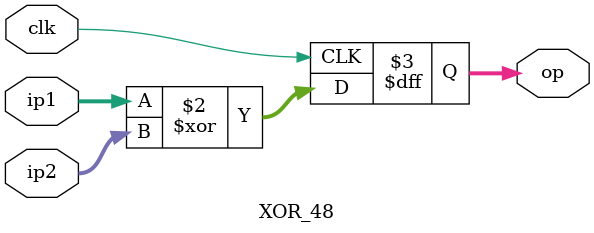
<source format=v>
`timescale 1ns / 1ps
module XOR_48(ip1,ip2,op,clk);
input clk;
input [48:1]ip1,ip2;
output reg [48:1]op;

always @(posedge clk) op <= ip1 ^ ip2;
endmodule

</source>
